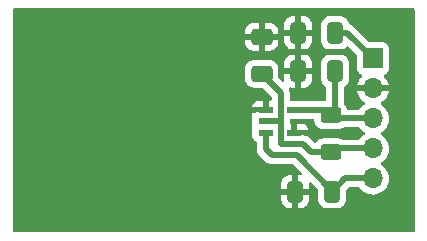
<source format=gbl>
G04 #@! TF.GenerationSoftware,KiCad,Pcbnew,6.0.7*
G04 #@! TF.CreationDate,2022-09-09T10:48:33-06:00*
G04 #@! TF.ProjectId,sdt_pa_diode,7364745f-7061-45f6-9469-6f64652e6b69,rev?*
G04 #@! TF.SameCoordinates,Original*
G04 #@! TF.FileFunction,Copper,L2,Bot*
G04 #@! TF.FilePolarity,Positive*
%FSLAX46Y46*%
G04 Gerber Fmt 4.6, Leading zero omitted, Abs format (unit mm)*
G04 Created by KiCad (PCBNEW 6.0.7) date 2022-09-09 10:48:33*
%MOMM*%
%LPD*%
G01*
G04 APERTURE LIST*
G04 Aperture macros list*
%AMRoundRect*
0 Rectangle with rounded corners*
0 $1 Rounding radius*
0 $2 $3 $4 $5 $6 $7 $8 $9 X,Y pos of 4 corners*
0 Add a 4 corners polygon primitive as box body*
4,1,4,$2,$3,$4,$5,$6,$7,$8,$9,$2,$3,0*
0 Add four circle primitives for the rounded corners*
1,1,$1+$1,$2,$3*
1,1,$1+$1,$4,$5*
1,1,$1+$1,$6,$7*
1,1,$1+$1,$8,$9*
0 Add four rect primitives between the rounded corners*
20,1,$1+$1,$2,$3,$4,$5,0*
20,1,$1+$1,$4,$5,$6,$7,0*
20,1,$1+$1,$6,$7,$8,$9,0*
20,1,$1+$1,$8,$9,$2,$3,0*%
G04 Aperture macros list end*
G04 #@! TA.AperFunction,SMDPad,CuDef*
%ADD10R,1.270000X0.508000*%
G04 #@! TD*
G04 #@! TA.AperFunction,ComponentPad*
%ADD11R,1.700000X1.700000*%
G04 #@! TD*
G04 #@! TA.AperFunction,ComponentPad*
%ADD12O,1.700000X1.700000*%
G04 #@! TD*
G04 #@! TA.AperFunction,SMDPad,CuDef*
%ADD13RoundRect,0.250000X0.412500X0.650000X-0.412500X0.650000X-0.412500X-0.650000X0.412500X-0.650000X0*%
G04 #@! TD*
G04 #@! TA.AperFunction,SMDPad,CuDef*
%ADD14RoundRect,0.250000X-0.412500X-0.650000X0.412500X-0.650000X0.412500X0.650000X-0.412500X0.650000X0*%
G04 #@! TD*
G04 #@! TA.AperFunction,SMDPad,CuDef*
%ADD15RoundRect,0.250000X-0.625000X0.400000X-0.625000X-0.400000X0.625000X-0.400000X0.625000X0.400000X0*%
G04 #@! TD*
G04 #@! TA.AperFunction,SMDPad,CuDef*
%ADD16RoundRect,0.250000X0.650000X-0.412500X0.650000X0.412500X-0.650000X0.412500X-0.650000X-0.412500X0*%
G04 #@! TD*
G04 #@! TA.AperFunction,ViaPad*
%ADD17C,1.000000*%
G04 #@! TD*
G04 #@! TA.AperFunction,ViaPad*
%ADD18C,6.000000*%
G04 #@! TD*
G04 #@! TA.AperFunction,Conductor*
%ADD19C,0.500000*%
G04 #@! TD*
G04 APERTURE END LIST*
D10*
X144380800Y-96050001D03*
X144380800Y-95100000D03*
X144380800Y-94149999D03*
X146819200Y-94149999D03*
X146819200Y-96050001D03*
D11*
X153475000Y-89775000D03*
D12*
X153475000Y-92315000D03*
X153475000Y-94855000D03*
X153475000Y-97395000D03*
X153475000Y-99935000D03*
D13*
X150012500Y-101050000D03*
X146887500Y-101050000D03*
D14*
X147137500Y-87600000D03*
X150262500Y-87600000D03*
D13*
X150262500Y-90850000D03*
X147137500Y-90850000D03*
D15*
X149900000Y-94600000D03*
X149900000Y-97700000D03*
D16*
X144050000Y-91062500D03*
X144050000Y-87937500D03*
D17*
X155900000Y-90650000D03*
X151700000Y-93350000D03*
X143300000Y-92850000D03*
X139100000Y-89300000D03*
X151600000Y-96150000D03*
X132900000Y-89300000D03*
X142150000Y-89500000D03*
X132900000Y-100650000D03*
X149500000Y-103600000D03*
X156000000Y-86500000D03*
X155850000Y-94850000D03*
X139100000Y-100700000D03*
X156050000Y-103550000D03*
X126850000Y-94950000D03*
X126500000Y-100550000D03*
X145050000Y-99500000D03*
X126550000Y-89300000D03*
D18*
X137550000Y-94950000D03*
D19*
X150012500Y-101050000D02*
X150012500Y-100962500D01*
X151127500Y-99935000D02*
X150012500Y-101050000D01*
X150012500Y-100962500D02*
X147000000Y-97950000D01*
X153475000Y-99935000D02*
X151127500Y-99935000D01*
X144380800Y-97430800D02*
X144380800Y-96050001D01*
X147000000Y-97950000D02*
X144900000Y-97950000D01*
X144900000Y-97950000D02*
X144380800Y-97430800D01*
X150262500Y-87600000D02*
X151300000Y-87600000D01*
X151300000Y-87600000D02*
X153475000Y-89775000D01*
X148200000Y-97700000D02*
X147550000Y-97050000D01*
X145650000Y-92662500D02*
X145650000Y-95050000D01*
X149900000Y-97700000D02*
X148200000Y-97700000D01*
X147550000Y-97050000D02*
X145650000Y-97050000D01*
X145650000Y-97050000D02*
X145650000Y-95530201D01*
X153475000Y-97395000D02*
X150205000Y-97395000D01*
X144050000Y-91062500D02*
X145650000Y-92662500D01*
X145600000Y-95100000D02*
X145650000Y-95050000D01*
X144380800Y-95100000D02*
X145600000Y-95100000D01*
X145650000Y-95050000D02*
X145650000Y-95530201D01*
X150205000Y-97395000D02*
X149900000Y-97700000D01*
X150155000Y-94855000D02*
X149900000Y-94600000D01*
X146819200Y-94149999D02*
X149449999Y-94149999D01*
X153475000Y-94855000D02*
X150155000Y-94855000D01*
X149449999Y-94149999D02*
X149900000Y-94600000D01*
X150262500Y-94237500D02*
X149900000Y-94600000D01*
X150262500Y-90850000D02*
X150262500Y-94237500D01*
G04 #@! TA.AperFunction,Conductor*
G36*
X156933621Y-85528502D02*
G01*
X156980114Y-85582158D01*
X156991500Y-85634500D01*
X156991500Y-104365500D01*
X156971498Y-104433621D01*
X156917842Y-104480114D01*
X156865500Y-104491500D01*
X123134500Y-104491500D01*
X123066379Y-104471498D01*
X123019886Y-104417842D01*
X123008500Y-104365500D01*
X123008500Y-101747095D01*
X145717001Y-101747095D01*
X145717338Y-101753614D01*
X145727257Y-101849206D01*
X145730149Y-101862600D01*
X145781588Y-102016784D01*
X145787761Y-102029962D01*
X145873063Y-102167807D01*
X145882099Y-102179208D01*
X145996829Y-102293739D01*
X146008240Y-102302751D01*
X146146243Y-102387816D01*
X146159424Y-102393963D01*
X146313710Y-102445138D01*
X146327086Y-102448005D01*
X146421438Y-102457672D01*
X146427854Y-102458000D01*
X146615385Y-102458000D01*
X146630624Y-102453525D01*
X146631829Y-102452135D01*
X146633500Y-102444452D01*
X146633500Y-102439884D01*
X147141500Y-102439884D01*
X147145975Y-102455123D01*
X147147365Y-102456328D01*
X147155048Y-102457999D01*
X147347095Y-102457999D01*
X147353614Y-102457662D01*
X147449206Y-102447743D01*
X147462600Y-102444851D01*
X147616784Y-102393412D01*
X147629962Y-102387239D01*
X147767807Y-102301937D01*
X147779208Y-102292901D01*
X147893739Y-102178171D01*
X147902751Y-102166760D01*
X147987816Y-102028757D01*
X147993963Y-102015576D01*
X148045138Y-101861290D01*
X148048005Y-101847914D01*
X148057672Y-101753562D01*
X148058000Y-101747146D01*
X148058000Y-101322115D01*
X148053525Y-101306876D01*
X148052135Y-101305671D01*
X148044452Y-101304000D01*
X147159615Y-101304000D01*
X147144376Y-101308475D01*
X147143171Y-101309865D01*
X147141500Y-101317548D01*
X147141500Y-102439884D01*
X146633500Y-102439884D01*
X146633500Y-101322115D01*
X146629025Y-101306876D01*
X146627635Y-101305671D01*
X146619952Y-101304000D01*
X145735116Y-101304000D01*
X145719877Y-101308475D01*
X145718672Y-101309865D01*
X145717001Y-101317548D01*
X145717001Y-101747095D01*
X123008500Y-101747095D01*
X123008500Y-100777885D01*
X145717000Y-100777885D01*
X145721475Y-100793124D01*
X145722865Y-100794329D01*
X145730548Y-100796000D01*
X146615385Y-100796000D01*
X146630624Y-100791525D01*
X146631829Y-100790135D01*
X146633500Y-100782452D01*
X146633500Y-99660116D01*
X146629025Y-99644877D01*
X146627635Y-99643672D01*
X146619952Y-99642001D01*
X146427905Y-99642001D01*
X146421386Y-99642338D01*
X146325794Y-99652257D01*
X146312400Y-99655149D01*
X146158216Y-99706588D01*
X146145038Y-99712761D01*
X146007193Y-99798063D01*
X145995792Y-99807099D01*
X145881261Y-99921829D01*
X145872249Y-99933240D01*
X145787184Y-100071243D01*
X145781037Y-100084424D01*
X145729862Y-100238710D01*
X145726995Y-100252086D01*
X145717328Y-100346438D01*
X145717000Y-100352855D01*
X145717000Y-100777885D01*
X123008500Y-100777885D01*
X123008500Y-93877884D01*
X143237800Y-93877884D01*
X143242275Y-93893123D01*
X143243665Y-93894328D01*
X143251348Y-93895999D01*
X144108685Y-93895999D01*
X144123924Y-93891524D01*
X144125129Y-93890134D01*
X144126800Y-93882451D01*
X144126800Y-93406115D01*
X144122325Y-93390876D01*
X144120935Y-93389671D01*
X144113252Y-93388000D01*
X143701131Y-93388000D01*
X143694310Y-93388370D01*
X143643448Y-93393894D01*
X143628196Y-93397520D01*
X143507746Y-93442675D01*
X143492151Y-93451213D01*
X143390076Y-93527714D01*
X143377515Y-93540275D01*
X143301014Y-93642350D01*
X143292476Y-93657945D01*
X143247322Y-93778393D01*
X143243695Y-93793648D01*
X143238169Y-93844513D01*
X143237800Y-93851322D01*
X143237800Y-93877884D01*
X123008500Y-93877884D01*
X123008500Y-91525400D01*
X142641500Y-91525400D01*
X142641837Y-91528646D01*
X142641837Y-91528650D01*
X142648714Y-91594924D01*
X142652474Y-91631166D01*
X142654655Y-91637702D01*
X142654655Y-91637704D01*
X142662524Y-91661290D01*
X142708450Y-91798946D01*
X142801522Y-91949348D01*
X142926697Y-92074305D01*
X142932927Y-92078145D01*
X142932928Y-92078146D01*
X143034833Y-92140961D01*
X143077262Y-92167115D01*
X143109787Y-92177903D01*
X143238611Y-92220632D01*
X143238613Y-92220632D01*
X143245139Y-92222797D01*
X143251975Y-92223497D01*
X143251978Y-92223498D01*
X143295031Y-92227909D01*
X143349600Y-92233500D01*
X144096129Y-92233500D01*
X144164250Y-92253502D01*
X144185224Y-92270405D01*
X144854595Y-92939776D01*
X144888621Y-93002088D01*
X144891500Y-93028871D01*
X144891500Y-93261999D01*
X144871498Y-93330120D01*
X144817842Y-93376613D01*
X144765500Y-93387999D01*
X144652915Y-93387999D01*
X144637676Y-93392474D01*
X144636471Y-93393864D01*
X144634800Y-93401547D01*
X144634800Y-94211500D01*
X144614798Y-94279621D01*
X144561142Y-94326114D01*
X144508800Y-94337500D01*
X143697666Y-94337500D01*
X143635484Y-94344255D01*
X143499095Y-94395385D01*
X143498077Y-94392669D01*
X143453776Y-94403999D01*
X143255916Y-94403999D01*
X143240677Y-94408474D01*
X143239472Y-94409864D01*
X143237801Y-94417547D01*
X143237801Y-94448668D01*
X143238171Y-94455489D01*
X143243695Y-94506351D01*
X143247321Y-94521602D01*
X143269235Y-94580057D01*
X143274418Y-94650864D01*
X143269236Y-94668515D01*
X143244055Y-94735684D01*
X143237300Y-94797866D01*
X143237300Y-95402134D01*
X143244055Y-95464316D01*
X143246829Y-95471715D01*
X143268968Y-95530771D01*
X143274151Y-95601578D01*
X143268969Y-95619228D01*
X143244055Y-95685685D01*
X143237300Y-95747867D01*
X143237300Y-96352135D01*
X143244055Y-96414317D01*
X143295185Y-96550706D01*
X143382539Y-96667262D01*
X143499095Y-96754616D01*
X143507504Y-96757768D01*
X143507505Y-96757769D01*
X143540529Y-96770149D01*
X143597294Y-96812790D01*
X143621994Y-96879351D01*
X143622300Y-96888131D01*
X143622300Y-97363730D01*
X143620867Y-97382680D01*
X143618993Y-97395000D01*
X143617601Y-97404149D01*
X143618194Y-97411441D01*
X143618194Y-97411444D01*
X143621885Y-97456818D01*
X143622300Y-97467033D01*
X143622300Y-97475093D01*
X143622725Y-97478737D01*
X143625589Y-97503307D01*
X143626022Y-97507682D01*
X143631940Y-97580437D01*
X143634196Y-97587401D01*
X143635387Y-97593360D01*
X143636771Y-97599215D01*
X143637618Y-97606481D01*
X143662535Y-97675127D01*
X143663952Y-97679255D01*
X143666793Y-97688023D01*
X143686449Y-97748699D01*
X143690245Y-97754954D01*
X143692751Y-97760428D01*
X143695470Y-97765858D01*
X143697967Y-97772737D01*
X143701980Y-97778857D01*
X143701980Y-97778858D01*
X143737986Y-97833776D01*
X143740323Y-97837480D01*
X143778205Y-97899907D01*
X143781921Y-97904115D01*
X143781922Y-97904116D01*
X143785603Y-97908284D01*
X143785576Y-97908308D01*
X143788229Y-97911300D01*
X143790932Y-97914533D01*
X143794944Y-97920652D01*
X143800256Y-97925684D01*
X143851183Y-97973928D01*
X143853625Y-97976306D01*
X144316230Y-98438911D01*
X144328616Y-98453323D01*
X144337149Y-98464918D01*
X144337154Y-98464923D01*
X144341492Y-98470818D01*
X144347070Y-98475557D01*
X144347073Y-98475560D01*
X144381768Y-98505035D01*
X144389284Y-98511965D01*
X144394980Y-98517661D01*
X144397841Y-98519924D01*
X144397846Y-98519929D01*
X144417266Y-98535293D01*
X144420667Y-98538082D01*
X144476285Y-98585333D01*
X144482798Y-98588659D01*
X144487837Y-98592020D01*
X144492979Y-98595196D01*
X144498716Y-98599734D01*
X144564875Y-98630655D01*
X144568769Y-98632558D01*
X144633808Y-98665769D01*
X144640917Y-98667508D01*
X144646551Y-98669604D01*
X144652321Y-98671523D01*
X144658950Y-98674622D01*
X144666113Y-98676112D01*
X144666116Y-98676113D01*
X144716830Y-98686661D01*
X144730435Y-98689491D01*
X144734701Y-98690457D01*
X144805610Y-98707808D01*
X144811212Y-98708156D01*
X144811215Y-98708156D01*
X144816764Y-98708500D01*
X144816762Y-98708535D01*
X144820734Y-98708775D01*
X144824955Y-98709152D01*
X144832115Y-98710641D01*
X144909542Y-98708546D01*
X144912950Y-98708500D01*
X146633629Y-98708500D01*
X146701750Y-98728502D01*
X146722724Y-98745405D01*
X147404224Y-99426905D01*
X147438250Y-99489217D01*
X147433185Y-99560032D01*
X147390638Y-99616868D01*
X147324118Y-99641679D01*
X147315129Y-99642000D01*
X147159615Y-99642000D01*
X147144376Y-99646475D01*
X147143171Y-99647865D01*
X147141500Y-99655548D01*
X147141500Y-100777885D01*
X147145975Y-100793124D01*
X147147365Y-100794329D01*
X147155048Y-100796000D01*
X148039884Y-100796000D01*
X148055123Y-100791525D01*
X148056328Y-100790135D01*
X148057999Y-100782452D01*
X148057999Y-100384870D01*
X148078001Y-100316749D01*
X148131657Y-100270256D01*
X148201931Y-100260152D01*
X148266511Y-100289646D01*
X148273094Y-100295775D01*
X148804595Y-100827276D01*
X148838621Y-100889588D01*
X148841500Y-100916371D01*
X148841500Y-101750400D01*
X148841837Y-101753646D01*
X148841837Y-101753650D01*
X148851752Y-101849206D01*
X148852474Y-101856166D01*
X148908450Y-102023946D01*
X149001522Y-102174348D01*
X149126697Y-102299305D01*
X149132927Y-102303145D01*
X149132928Y-102303146D01*
X149270288Y-102387816D01*
X149277262Y-102392115D01*
X149357005Y-102418564D01*
X149438611Y-102445632D01*
X149438613Y-102445632D01*
X149445139Y-102447797D01*
X149451975Y-102448497D01*
X149451978Y-102448498D01*
X149495031Y-102452909D01*
X149549600Y-102458500D01*
X150475400Y-102458500D01*
X150478646Y-102458163D01*
X150478650Y-102458163D01*
X150574308Y-102448238D01*
X150574312Y-102448237D01*
X150581166Y-102447526D01*
X150587702Y-102445345D01*
X150587704Y-102445345D01*
X150719806Y-102401272D01*
X150748946Y-102391550D01*
X150899348Y-102298478D01*
X151024305Y-102173303D01*
X151117115Y-102022738D01*
X151172797Y-101854861D01*
X151183500Y-101750400D01*
X151183500Y-101003871D01*
X151203502Y-100935750D01*
X151220405Y-100914776D01*
X151404776Y-100730405D01*
X151467088Y-100696379D01*
X151493871Y-100693500D01*
X152277491Y-100693500D01*
X152345612Y-100713502D01*
X152374402Y-100740595D01*
X152374987Y-100740088D01*
X152521250Y-100908938D01*
X152693126Y-101051632D01*
X152886000Y-101164338D01*
X153094692Y-101244030D01*
X153099760Y-101245061D01*
X153099763Y-101245062D01*
X153207017Y-101266883D01*
X153313597Y-101288567D01*
X153318772Y-101288757D01*
X153318774Y-101288757D01*
X153531673Y-101296564D01*
X153531677Y-101296564D01*
X153536837Y-101296753D01*
X153541957Y-101296097D01*
X153541959Y-101296097D01*
X153753288Y-101269025D01*
X153753289Y-101269025D01*
X153758416Y-101268368D01*
X153763366Y-101266883D01*
X153967429Y-101205661D01*
X153967434Y-101205659D01*
X153972384Y-101204174D01*
X154172994Y-101105896D01*
X154354860Y-100976173D01*
X154513096Y-100818489D01*
X154531323Y-100793124D01*
X154640435Y-100641277D01*
X154643453Y-100637077D01*
X154742430Y-100436811D01*
X154787142Y-100289646D01*
X154805865Y-100228023D01*
X154805865Y-100228021D01*
X154807370Y-100223069D01*
X154836529Y-100001590D01*
X154838156Y-99935000D01*
X154819852Y-99712361D01*
X154765431Y-99495702D01*
X154676354Y-99290840D01*
X154611290Y-99190267D01*
X154557822Y-99107617D01*
X154557820Y-99107614D01*
X154555014Y-99103277D01*
X154404670Y-98938051D01*
X154400619Y-98934852D01*
X154400615Y-98934848D01*
X154233414Y-98802800D01*
X154233410Y-98802798D01*
X154229359Y-98799598D01*
X154188053Y-98776796D01*
X154138084Y-98726364D01*
X154123312Y-98656921D01*
X154148428Y-98590516D01*
X154175780Y-98563909D01*
X154219603Y-98532650D01*
X154354860Y-98436173D01*
X154375314Y-98415791D01*
X154509435Y-98282137D01*
X154513096Y-98278489D01*
X154643453Y-98097077D01*
X154703142Y-97976306D01*
X154740136Y-97901453D01*
X154740137Y-97901451D01*
X154742430Y-97896811D01*
X154780127Y-97772737D01*
X154805865Y-97688023D01*
X154805865Y-97688021D01*
X154807370Y-97683069D01*
X154836529Y-97461590D01*
X154837754Y-97411444D01*
X154838074Y-97398365D01*
X154838074Y-97398361D01*
X154838156Y-97395000D01*
X154819852Y-97172361D01*
X154765431Y-96955702D01*
X154676354Y-96750840D01*
X154602384Y-96636500D01*
X154557822Y-96567617D01*
X154557820Y-96567614D01*
X154555014Y-96563277D01*
X154404670Y-96398051D01*
X154400619Y-96394852D01*
X154400615Y-96394848D01*
X154233414Y-96262800D01*
X154233410Y-96262798D01*
X154229359Y-96259598D01*
X154188053Y-96236796D01*
X154138084Y-96186364D01*
X154123312Y-96116921D01*
X154148428Y-96050516D01*
X154175780Y-96023909D01*
X154219603Y-95992650D01*
X154354860Y-95896173D01*
X154513096Y-95738489D01*
X154643453Y-95557077D01*
X154681784Y-95479521D01*
X154740136Y-95361453D01*
X154740137Y-95361451D01*
X154742430Y-95356811D01*
X154785715Y-95214344D01*
X154805865Y-95148023D01*
X154805865Y-95148021D01*
X154807370Y-95143069D01*
X154836529Y-94921590D01*
X154838156Y-94855000D01*
X154819852Y-94632361D01*
X154765431Y-94415702D01*
X154676354Y-94210840D01*
X154602384Y-94096500D01*
X154557822Y-94027617D01*
X154557820Y-94027614D01*
X154555014Y-94023277D01*
X154404670Y-93858051D01*
X154400619Y-93854852D01*
X154400615Y-93854848D01*
X154233414Y-93722800D01*
X154233410Y-93722798D01*
X154229359Y-93719598D01*
X154187569Y-93696529D01*
X154137598Y-93646097D01*
X154122826Y-93576654D01*
X154147942Y-93510248D01*
X154175294Y-93483641D01*
X154350328Y-93358792D01*
X154358200Y-93352139D01*
X154509052Y-93201812D01*
X154515730Y-93193965D01*
X154640003Y-93021020D01*
X154645313Y-93012183D01*
X154739670Y-92821267D01*
X154743469Y-92811672D01*
X154805377Y-92607910D01*
X154807555Y-92597837D01*
X154808986Y-92586962D01*
X154806775Y-92572778D01*
X154793617Y-92569000D01*
X152158225Y-92569000D01*
X152144694Y-92572973D01*
X152143257Y-92582966D01*
X152173565Y-92717446D01*
X152176645Y-92727275D01*
X152256770Y-92924603D01*
X152261413Y-92933794D01*
X152372694Y-93115388D01*
X152378777Y-93123699D01*
X152518213Y-93284667D01*
X152525580Y-93291883D01*
X152689434Y-93427916D01*
X152697881Y-93433831D01*
X152766969Y-93474203D01*
X152815693Y-93525842D01*
X152828764Y-93595625D01*
X152802033Y-93661396D01*
X152761584Y-93694752D01*
X152748607Y-93701507D01*
X152744474Y-93704610D01*
X152744471Y-93704612D01*
X152574100Y-93832530D01*
X152569965Y-93835635D01*
X152415629Y-93997138D01*
X152385363Y-94041507D01*
X152330455Y-94086507D01*
X152281277Y-94096500D01*
X151380887Y-94096500D01*
X151312766Y-94076498D01*
X151266273Y-94022842D01*
X151261363Y-94010376D01*
X151258370Y-94001403D01*
X151216550Y-93876054D01*
X151123478Y-93725652D01*
X151057982Y-93660269D01*
X151023903Y-93597987D01*
X151021000Y-93571097D01*
X151021000Y-92248105D01*
X151041002Y-92179984D01*
X151080697Y-92140961D01*
X151143120Y-92102332D01*
X151149348Y-92098478D01*
X151274305Y-91973303D01*
X151278338Y-91966760D01*
X151363275Y-91828968D01*
X151363276Y-91828966D01*
X151367115Y-91822738D01*
X151422797Y-91654861D01*
X151425928Y-91624308D01*
X151433172Y-91553598D01*
X151433500Y-91550400D01*
X151433500Y-90149600D01*
X151433163Y-90146350D01*
X151423238Y-90050692D01*
X151423237Y-90050688D01*
X151422526Y-90043834D01*
X151366550Y-89876054D01*
X151273478Y-89725652D01*
X151148303Y-89600695D01*
X151052062Y-89541371D01*
X151003968Y-89511725D01*
X151003966Y-89511724D01*
X150997738Y-89507885D01*
X150917995Y-89481436D01*
X150836389Y-89454368D01*
X150836387Y-89454368D01*
X150829861Y-89452203D01*
X150823025Y-89451503D01*
X150823022Y-89451502D01*
X150779969Y-89447091D01*
X150725400Y-89441500D01*
X149799600Y-89441500D01*
X149796354Y-89441837D01*
X149796350Y-89441837D01*
X149700692Y-89451762D01*
X149700688Y-89451763D01*
X149693834Y-89452474D01*
X149687298Y-89454655D01*
X149687296Y-89454655D01*
X149670928Y-89460116D01*
X149526054Y-89508450D01*
X149375652Y-89601522D01*
X149250695Y-89726697D01*
X149157885Y-89877262D01*
X149102203Y-90045139D01*
X149091500Y-90149600D01*
X149091500Y-91550400D01*
X149091837Y-91553646D01*
X149091837Y-91553650D01*
X149101618Y-91647914D01*
X149102474Y-91656166D01*
X149104655Y-91662702D01*
X149104655Y-91662704D01*
X149122612Y-91716526D01*
X149158450Y-91823946D01*
X149251522Y-91974348D01*
X149376697Y-92099305D01*
X149382927Y-92103145D01*
X149382928Y-92103146D01*
X149444116Y-92140863D01*
X149491610Y-92193636D01*
X149504000Y-92248123D01*
X149504000Y-93265499D01*
X149483998Y-93333620D01*
X149430342Y-93380113D01*
X149378000Y-93391499D01*
X147545979Y-93391499D01*
X147532371Y-93390762D01*
X147505731Y-93387868D01*
X147505730Y-93387868D01*
X147502334Y-93387499D01*
X146534500Y-93387499D01*
X146466379Y-93367497D01*
X146419886Y-93313841D01*
X146408500Y-93261499D01*
X146408500Y-92729570D01*
X146409933Y-92710620D01*
X146412099Y-92696385D01*
X146412099Y-92696381D01*
X146413199Y-92689151D01*
X146408915Y-92636482D01*
X146408500Y-92626267D01*
X146408500Y-92618207D01*
X146405209Y-92589980D01*
X146404778Y-92585621D01*
X146403749Y-92572973D01*
X146398860Y-92512864D01*
X146396605Y-92505903D01*
X146395418Y-92499963D01*
X146394029Y-92494088D01*
X146393182Y-92486819D01*
X146368264Y-92418170D01*
X146366846Y-92414039D01*
X146358549Y-92388425D01*
X146356585Y-92317456D01*
X146393303Y-92256691D01*
X146457043Y-92225423D01*
X146518086Y-92230004D01*
X146563713Y-92245138D01*
X146577086Y-92248005D01*
X146671438Y-92257672D01*
X146677854Y-92258000D01*
X146865385Y-92258000D01*
X146880624Y-92253525D01*
X146881829Y-92252135D01*
X146883500Y-92244452D01*
X146883500Y-92239884D01*
X147391500Y-92239884D01*
X147395975Y-92255123D01*
X147397365Y-92256328D01*
X147405048Y-92257999D01*
X147597095Y-92257999D01*
X147603614Y-92257662D01*
X147699206Y-92247743D01*
X147712600Y-92244851D01*
X147866784Y-92193412D01*
X147879962Y-92187239D01*
X148017807Y-92101937D01*
X148029208Y-92092901D01*
X148143739Y-91978171D01*
X148152751Y-91966760D01*
X148237816Y-91828757D01*
X148243963Y-91815576D01*
X148295138Y-91661290D01*
X148298005Y-91647914D01*
X148307672Y-91553562D01*
X148308000Y-91547146D01*
X148308000Y-91122115D01*
X148303525Y-91106876D01*
X148302135Y-91105671D01*
X148294452Y-91104000D01*
X147409615Y-91104000D01*
X147394376Y-91108475D01*
X147393171Y-91109865D01*
X147391500Y-91117548D01*
X147391500Y-92239884D01*
X146883500Y-92239884D01*
X146883500Y-91122115D01*
X146879025Y-91106876D01*
X146877635Y-91105671D01*
X146869952Y-91104000D01*
X145985116Y-91104000D01*
X145969877Y-91108475D01*
X145968672Y-91109865D01*
X145967001Y-91117548D01*
X145967001Y-91547095D01*
X145967339Y-91553617D01*
X145971624Y-91594924D01*
X145958759Y-91664745D01*
X145910187Y-91716526D01*
X145841331Y-91733828D01*
X145774051Y-91711157D01*
X145757202Y-91697021D01*
X145495405Y-91435224D01*
X145461379Y-91372912D01*
X145458500Y-91346129D01*
X145458500Y-90599600D01*
X145458163Y-90596350D01*
X145456247Y-90577885D01*
X145967000Y-90577885D01*
X145971475Y-90593124D01*
X145972865Y-90594329D01*
X145980548Y-90596000D01*
X146865385Y-90596000D01*
X146880624Y-90591525D01*
X146881829Y-90590135D01*
X146883500Y-90582452D01*
X146883500Y-90577885D01*
X147391500Y-90577885D01*
X147395975Y-90593124D01*
X147397365Y-90594329D01*
X147405048Y-90596000D01*
X148289884Y-90596000D01*
X148305123Y-90591525D01*
X148306328Y-90590135D01*
X148307999Y-90582452D01*
X148307999Y-90152905D01*
X148307662Y-90146386D01*
X148297743Y-90050794D01*
X148294851Y-90037400D01*
X148243412Y-89883216D01*
X148237239Y-89870038D01*
X148151937Y-89732193D01*
X148142901Y-89720792D01*
X148028171Y-89606261D01*
X148016760Y-89597249D01*
X147878757Y-89512184D01*
X147865576Y-89506037D01*
X147711290Y-89454862D01*
X147697914Y-89451995D01*
X147603562Y-89442328D01*
X147597145Y-89442000D01*
X147409615Y-89442000D01*
X147394376Y-89446475D01*
X147393171Y-89447865D01*
X147391500Y-89455548D01*
X147391500Y-90577885D01*
X146883500Y-90577885D01*
X146883500Y-89460116D01*
X146879025Y-89444877D01*
X146877635Y-89443672D01*
X146869952Y-89442001D01*
X146677905Y-89442001D01*
X146671386Y-89442338D01*
X146575794Y-89452257D01*
X146562400Y-89455149D01*
X146408216Y-89506588D01*
X146395038Y-89512761D01*
X146257193Y-89598063D01*
X146245792Y-89607099D01*
X146131261Y-89721829D01*
X146122249Y-89733240D01*
X146037184Y-89871243D01*
X146031037Y-89884424D01*
X145979862Y-90038710D01*
X145976995Y-90052086D01*
X145967328Y-90146438D01*
X145967000Y-90152855D01*
X145967000Y-90577885D01*
X145456247Y-90577885D01*
X145448238Y-90500692D01*
X145448237Y-90500688D01*
X145447526Y-90493834D01*
X145391550Y-90326054D01*
X145298478Y-90175652D01*
X145173303Y-90050695D01*
X145164290Y-90045139D01*
X145028968Y-89961725D01*
X145028966Y-89961724D01*
X145022738Y-89957885D01*
X144862254Y-89904655D01*
X144861389Y-89904368D01*
X144861387Y-89904368D01*
X144854861Y-89902203D01*
X144848025Y-89901503D01*
X144848022Y-89901502D01*
X144804969Y-89897091D01*
X144750400Y-89891500D01*
X143349600Y-89891500D01*
X143346354Y-89891837D01*
X143346350Y-89891837D01*
X143250692Y-89901762D01*
X143250688Y-89901763D01*
X143243834Y-89902474D01*
X143237298Y-89904655D01*
X143237296Y-89904655D01*
X143105194Y-89948728D01*
X143076054Y-89958450D01*
X142925652Y-90051522D01*
X142800695Y-90176697D01*
X142707885Y-90327262D01*
X142652203Y-90495139D01*
X142641500Y-90599600D01*
X142641500Y-91525400D01*
X123008500Y-91525400D01*
X123008500Y-88397095D01*
X142642001Y-88397095D01*
X142642338Y-88403614D01*
X142652257Y-88499206D01*
X142655149Y-88512600D01*
X142706588Y-88666784D01*
X142712761Y-88679962D01*
X142798063Y-88817807D01*
X142807099Y-88829208D01*
X142921829Y-88943739D01*
X142933240Y-88952751D01*
X143071243Y-89037816D01*
X143084424Y-89043963D01*
X143238710Y-89095138D01*
X143252086Y-89098005D01*
X143346438Y-89107672D01*
X143352854Y-89108000D01*
X143777885Y-89108000D01*
X143793124Y-89103525D01*
X143794329Y-89102135D01*
X143796000Y-89094452D01*
X143796000Y-89089884D01*
X144304000Y-89089884D01*
X144308475Y-89105123D01*
X144309865Y-89106328D01*
X144317548Y-89107999D01*
X144747095Y-89107999D01*
X144753614Y-89107662D01*
X144849206Y-89097743D01*
X144862600Y-89094851D01*
X145016784Y-89043412D01*
X145029962Y-89037239D01*
X145167807Y-88951937D01*
X145179208Y-88942901D01*
X145293739Y-88828171D01*
X145302751Y-88816760D01*
X145387816Y-88678757D01*
X145393963Y-88665576D01*
X145445138Y-88511290D01*
X145448005Y-88497914D01*
X145457672Y-88403562D01*
X145458000Y-88397146D01*
X145458000Y-88297095D01*
X145967001Y-88297095D01*
X145967338Y-88303614D01*
X145977257Y-88399206D01*
X145980149Y-88412600D01*
X146031588Y-88566784D01*
X146037761Y-88579962D01*
X146123063Y-88717807D01*
X146132099Y-88729208D01*
X146246829Y-88843739D01*
X146258240Y-88852751D01*
X146396243Y-88937816D01*
X146409424Y-88943963D01*
X146563710Y-88995138D01*
X146577086Y-88998005D01*
X146671438Y-89007672D01*
X146677854Y-89008000D01*
X146865385Y-89008000D01*
X146880624Y-89003525D01*
X146881829Y-89002135D01*
X146883500Y-88994452D01*
X146883500Y-88989884D01*
X147391500Y-88989884D01*
X147395975Y-89005123D01*
X147397365Y-89006328D01*
X147405048Y-89007999D01*
X147597095Y-89007999D01*
X147603614Y-89007662D01*
X147699206Y-88997743D01*
X147712600Y-88994851D01*
X147866784Y-88943412D01*
X147879962Y-88937239D01*
X148017807Y-88851937D01*
X148029208Y-88842901D01*
X148143739Y-88728171D01*
X148152751Y-88716760D01*
X148237816Y-88578757D01*
X148243963Y-88565576D01*
X148295138Y-88411290D01*
X148298005Y-88397914D01*
X148307672Y-88303562D01*
X148307834Y-88300400D01*
X149091500Y-88300400D01*
X149091837Y-88303646D01*
X149091837Y-88303650D01*
X149101752Y-88399206D01*
X149102474Y-88406166D01*
X149104655Y-88412702D01*
X149104655Y-88412704D01*
X149106045Y-88416869D01*
X149158450Y-88573946D01*
X149251522Y-88724348D01*
X149376697Y-88849305D01*
X149382927Y-88853145D01*
X149382928Y-88853146D01*
X149520288Y-88937816D01*
X149527262Y-88942115D01*
X149556875Y-88951937D01*
X149688611Y-88995632D01*
X149688613Y-88995632D01*
X149695139Y-88997797D01*
X149701975Y-88998497D01*
X149701978Y-88998498D01*
X149745031Y-89002909D01*
X149799600Y-89008500D01*
X150725400Y-89008500D01*
X150728646Y-89008163D01*
X150728650Y-89008163D01*
X150824308Y-88998238D01*
X150824312Y-88998237D01*
X150831166Y-88997526D01*
X150837702Y-88995345D01*
X150837704Y-88995345D01*
X150969806Y-88951272D01*
X150998946Y-88941550D01*
X151149348Y-88848478D01*
X151223336Y-88774361D01*
X151285617Y-88740282D01*
X151356437Y-88745285D01*
X151401603Y-88774284D01*
X152079595Y-89452276D01*
X152113621Y-89514588D01*
X152116500Y-89541371D01*
X152116500Y-90673134D01*
X152123255Y-90735316D01*
X152174385Y-90871705D01*
X152261739Y-90988261D01*
X152378295Y-91075615D01*
X152386704Y-91078767D01*
X152386705Y-91078768D01*
X152495960Y-91119726D01*
X152552725Y-91162367D01*
X152577425Y-91228929D01*
X152562218Y-91298278D01*
X152542825Y-91324759D01*
X152419590Y-91453717D01*
X152413104Y-91461727D01*
X152293098Y-91637649D01*
X152288000Y-91646623D01*
X152198338Y-91839783D01*
X152194775Y-91849470D01*
X152139389Y-92049183D01*
X152140912Y-92057607D01*
X152153292Y-92061000D01*
X154793344Y-92061000D01*
X154806875Y-92057027D01*
X154808180Y-92047947D01*
X154766214Y-91880875D01*
X154762894Y-91871124D01*
X154677972Y-91675814D01*
X154673105Y-91666739D01*
X154557426Y-91487926D01*
X154551136Y-91479757D01*
X154407293Y-91321677D01*
X154376241Y-91257831D01*
X154384635Y-91187333D01*
X154429812Y-91132564D01*
X154456256Y-91118895D01*
X154563297Y-91078767D01*
X154571705Y-91075615D01*
X154688261Y-90988261D01*
X154775615Y-90871705D01*
X154826745Y-90735316D01*
X154833500Y-90673134D01*
X154833500Y-88876866D01*
X154826745Y-88814684D01*
X154775615Y-88678295D01*
X154688261Y-88561739D01*
X154571705Y-88474385D01*
X154435316Y-88423255D01*
X154373134Y-88416500D01*
X153241371Y-88416500D01*
X153173250Y-88396498D01*
X153152276Y-88379595D01*
X151883770Y-87111089D01*
X151871384Y-87096677D01*
X151862851Y-87085082D01*
X151862846Y-87085077D01*
X151858508Y-87079182D01*
X151852930Y-87074443D01*
X151852927Y-87074440D01*
X151818232Y-87044965D01*
X151810716Y-87038035D01*
X151805021Y-87032340D01*
X151798880Y-87027482D01*
X151782749Y-87014719D01*
X151779345Y-87011928D01*
X151729297Y-86969409D01*
X151729295Y-86969408D01*
X151723715Y-86964667D01*
X151717199Y-86961339D01*
X151712150Y-86957972D01*
X151707021Y-86954805D01*
X151701284Y-86950266D01*
X151635125Y-86919345D01*
X151631225Y-86917439D01*
X151602762Y-86902905D01*
X151566192Y-86884231D01*
X151559084Y-86882492D01*
X151553441Y-86880393D01*
X151547679Y-86878476D01*
X151541050Y-86875378D01*
X151513858Y-86869722D01*
X151451238Y-86836267D01*
X151419993Y-86786238D01*
X151368872Y-86633009D01*
X151368866Y-86632997D01*
X151366550Y-86626054D01*
X151273478Y-86475652D01*
X151148303Y-86350695D01*
X151142072Y-86346854D01*
X151003968Y-86261725D01*
X151003966Y-86261724D01*
X150997738Y-86257885D01*
X150917995Y-86231436D01*
X150836389Y-86204368D01*
X150836387Y-86204368D01*
X150829861Y-86202203D01*
X150823025Y-86201503D01*
X150823022Y-86201502D01*
X150779969Y-86197091D01*
X150725400Y-86191500D01*
X149799600Y-86191500D01*
X149796354Y-86191837D01*
X149796350Y-86191837D01*
X149700692Y-86201762D01*
X149700688Y-86201763D01*
X149693834Y-86202474D01*
X149687298Y-86204655D01*
X149687296Y-86204655D01*
X149670928Y-86210116D01*
X149526054Y-86258450D01*
X149375652Y-86351522D01*
X149250695Y-86476697D01*
X149157885Y-86627262D01*
X149131436Y-86707005D01*
X149107043Y-86780548D01*
X149102203Y-86795139D01*
X149091500Y-86899600D01*
X149091500Y-88300400D01*
X148307834Y-88300400D01*
X148308000Y-88297146D01*
X148308000Y-87872115D01*
X148303525Y-87856876D01*
X148302135Y-87855671D01*
X148294452Y-87854000D01*
X147409615Y-87854000D01*
X147394376Y-87858475D01*
X147393171Y-87859865D01*
X147391500Y-87867548D01*
X147391500Y-88989884D01*
X146883500Y-88989884D01*
X146883500Y-87872115D01*
X146879025Y-87856876D01*
X146877635Y-87855671D01*
X146869952Y-87854000D01*
X145985116Y-87854000D01*
X145969877Y-87858475D01*
X145968672Y-87859865D01*
X145967001Y-87867548D01*
X145967001Y-88297095D01*
X145458000Y-88297095D01*
X145458000Y-88209615D01*
X145453525Y-88194376D01*
X145452135Y-88193171D01*
X145444452Y-88191500D01*
X144322115Y-88191500D01*
X144306876Y-88195975D01*
X144305671Y-88197365D01*
X144304000Y-88205048D01*
X144304000Y-89089884D01*
X143796000Y-89089884D01*
X143796000Y-88209615D01*
X143791525Y-88194376D01*
X143790135Y-88193171D01*
X143782452Y-88191500D01*
X142660116Y-88191500D01*
X142644877Y-88195975D01*
X142643672Y-88197365D01*
X142642001Y-88205048D01*
X142642001Y-88397095D01*
X123008500Y-88397095D01*
X123008500Y-87665385D01*
X142642000Y-87665385D01*
X142646475Y-87680624D01*
X142647865Y-87681829D01*
X142655548Y-87683500D01*
X143777885Y-87683500D01*
X143793124Y-87679025D01*
X143794329Y-87677635D01*
X143796000Y-87669952D01*
X143796000Y-87665385D01*
X144304000Y-87665385D01*
X144308475Y-87680624D01*
X144309865Y-87681829D01*
X144317548Y-87683500D01*
X145439884Y-87683500D01*
X145455123Y-87679025D01*
X145456328Y-87677635D01*
X145457999Y-87669952D01*
X145457999Y-87477905D01*
X145457662Y-87471386D01*
X145447743Y-87375794D01*
X145444851Y-87362400D01*
X145433336Y-87327885D01*
X145967000Y-87327885D01*
X145971475Y-87343124D01*
X145972865Y-87344329D01*
X145980548Y-87346000D01*
X146865385Y-87346000D01*
X146880624Y-87341525D01*
X146881829Y-87340135D01*
X146883500Y-87332452D01*
X146883500Y-87327885D01*
X147391500Y-87327885D01*
X147395975Y-87343124D01*
X147397365Y-87344329D01*
X147405048Y-87346000D01*
X148289884Y-87346000D01*
X148305123Y-87341525D01*
X148306328Y-87340135D01*
X148307999Y-87332452D01*
X148307999Y-86902905D01*
X148307662Y-86896386D01*
X148297743Y-86800794D01*
X148294851Y-86787400D01*
X148243412Y-86633216D01*
X148237239Y-86620038D01*
X148151937Y-86482193D01*
X148142901Y-86470792D01*
X148028171Y-86356261D01*
X148016760Y-86347249D01*
X147878757Y-86262184D01*
X147865576Y-86256037D01*
X147711290Y-86204862D01*
X147697914Y-86201995D01*
X147603562Y-86192328D01*
X147597145Y-86192000D01*
X147409615Y-86192000D01*
X147394376Y-86196475D01*
X147393171Y-86197865D01*
X147391500Y-86205548D01*
X147391500Y-87327885D01*
X146883500Y-87327885D01*
X146883500Y-86210116D01*
X146879025Y-86194877D01*
X146877635Y-86193672D01*
X146869952Y-86192001D01*
X146677905Y-86192001D01*
X146671386Y-86192338D01*
X146575794Y-86202257D01*
X146562400Y-86205149D01*
X146408216Y-86256588D01*
X146395038Y-86262761D01*
X146257193Y-86348063D01*
X146245792Y-86357099D01*
X146131261Y-86471829D01*
X146122249Y-86483240D01*
X146037184Y-86621243D01*
X146031037Y-86634424D01*
X145979862Y-86788710D01*
X145976995Y-86802086D01*
X145967328Y-86896438D01*
X145967000Y-86902855D01*
X145967000Y-87327885D01*
X145433336Y-87327885D01*
X145393412Y-87208216D01*
X145387239Y-87195038D01*
X145301937Y-87057193D01*
X145292901Y-87045792D01*
X145178171Y-86931261D01*
X145166760Y-86922249D01*
X145028757Y-86837184D01*
X145015576Y-86831037D01*
X144861290Y-86779862D01*
X144847914Y-86776995D01*
X144753562Y-86767328D01*
X144747145Y-86767000D01*
X144322115Y-86767000D01*
X144306876Y-86771475D01*
X144305671Y-86772865D01*
X144304000Y-86780548D01*
X144304000Y-87665385D01*
X143796000Y-87665385D01*
X143796000Y-86785116D01*
X143791525Y-86769877D01*
X143790135Y-86768672D01*
X143782452Y-86767001D01*
X143352905Y-86767001D01*
X143346386Y-86767338D01*
X143250794Y-86777257D01*
X143237400Y-86780149D01*
X143083216Y-86831588D01*
X143070038Y-86837761D01*
X142932193Y-86923063D01*
X142920792Y-86932099D01*
X142806261Y-87046829D01*
X142797249Y-87058240D01*
X142712184Y-87196243D01*
X142706037Y-87209424D01*
X142654862Y-87363710D01*
X142651995Y-87377086D01*
X142642328Y-87471438D01*
X142642000Y-87477855D01*
X142642000Y-87665385D01*
X123008500Y-87665385D01*
X123008500Y-85634500D01*
X123028502Y-85566379D01*
X123082158Y-85519886D01*
X123134500Y-85508500D01*
X156865500Y-85508500D01*
X156933621Y-85528502D01*
G37*
G04 #@! TD.AperFunction*
G04 #@! TA.AperFunction,Conductor*
G36*
X148458621Y-94928501D02*
G01*
X148505114Y-94982157D01*
X148516500Y-95034499D01*
X148516500Y-95050400D01*
X148516837Y-95053646D01*
X148516837Y-95053650D01*
X148525583Y-95137939D01*
X148527474Y-95156166D01*
X148583450Y-95323946D01*
X148676522Y-95474348D01*
X148801697Y-95599305D01*
X148807927Y-95603145D01*
X148807928Y-95603146D01*
X148945090Y-95687694D01*
X148952262Y-95692115D01*
X149032005Y-95718564D01*
X149113611Y-95745632D01*
X149113613Y-95745632D01*
X149120139Y-95747797D01*
X149126975Y-95748497D01*
X149126978Y-95748498D01*
X149170031Y-95752909D01*
X149224600Y-95758500D01*
X150575400Y-95758500D01*
X150578646Y-95758163D01*
X150578650Y-95758163D01*
X150674308Y-95748238D01*
X150674312Y-95748237D01*
X150681166Y-95747526D01*
X150687702Y-95745345D01*
X150687704Y-95745345D01*
X150819806Y-95701272D01*
X150848946Y-95691550D01*
X150944602Y-95632356D01*
X151010905Y-95613500D01*
X152277491Y-95613500D01*
X152345612Y-95633502D01*
X152374402Y-95660595D01*
X152374987Y-95660088D01*
X152521250Y-95828938D01*
X152693126Y-95971632D01*
X152763595Y-96012811D01*
X152766445Y-96014476D01*
X152815169Y-96066114D01*
X152828240Y-96135897D01*
X152801509Y-96201669D01*
X152761055Y-96235027D01*
X152748607Y-96241507D01*
X152744474Y-96244610D01*
X152744471Y-96244612D01*
X152579561Y-96368430D01*
X152569965Y-96375635D01*
X152566393Y-96379373D01*
X152427764Y-96524440D01*
X152415629Y-96537138D01*
X152385363Y-96581507D01*
X152330455Y-96626507D01*
X152281277Y-96636500D01*
X150929874Y-96636500D01*
X150863757Y-96617759D01*
X150853970Y-96611726D01*
X150853967Y-96611725D01*
X150847738Y-96607885D01*
X150726333Y-96567617D01*
X150686389Y-96554368D01*
X150686387Y-96554368D01*
X150679861Y-96552203D01*
X150673025Y-96551503D01*
X150673022Y-96551502D01*
X150625927Y-96546677D01*
X150575400Y-96541500D01*
X149224600Y-96541500D01*
X149221354Y-96541837D01*
X149221350Y-96541837D01*
X149125692Y-96551762D01*
X149125688Y-96551763D01*
X149118834Y-96552474D01*
X149112298Y-96554655D01*
X149112296Y-96554655D01*
X148980194Y-96598728D01*
X148951054Y-96608450D01*
X148800652Y-96701522D01*
X148675695Y-96826697D01*
X148671853Y-96832929D01*
X148671852Y-96832931D01*
X148653965Y-96861949D01*
X148601193Y-96909443D01*
X148531122Y-96920867D01*
X148465998Y-96892593D01*
X148457610Y-96884929D01*
X148133770Y-96561089D01*
X148121384Y-96546677D01*
X148112851Y-96535082D01*
X148112846Y-96535077D01*
X148108508Y-96529182D01*
X148102930Y-96524443D01*
X148102927Y-96524440D01*
X148068232Y-96494965D01*
X148060716Y-96488035D01*
X148055021Y-96482340D01*
X148048880Y-96477482D01*
X148032749Y-96464719D01*
X148029344Y-96461928D01*
X148006619Y-96442621D01*
X147967655Y-96383271D01*
X147962200Y-96346597D01*
X147962200Y-96322116D01*
X147957725Y-96306877D01*
X147956335Y-96305672D01*
X147948652Y-96304001D01*
X147707841Y-96304001D01*
X147677894Y-96300390D01*
X147649848Y-96293527D01*
X147649842Y-96293526D01*
X147644390Y-96292192D01*
X147638785Y-96291844D01*
X147638783Y-96291844D01*
X147633236Y-96291500D01*
X147633238Y-96291464D01*
X147629245Y-96291225D01*
X147625053Y-96290851D01*
X147617885Y-96289360D01*
X147551675Y-96291151D01*
X147540479Y-96291454D01*
X147537072Y-96291500D01*
X146691200Y-96291500D01*
X146623079Y-96271498D01*
X146576586Y-96217842D01*
X146565200Y-96165500D01*
X146565200Y-95777886D01*
X147073200Y-95777886D01*
X147077675Y-95793125D01*
X147079065Y-95794330D01*
X147086748Y-95796001D01*
X147944084Y-95796001D01*
X147959323Y-95791526D01*
X147960528Y-95790136D01*
X147962199Y-95782453D01*
X147962199Y-95751332D01*
X147961829Y-95744511D01*
X147956305Y-95693649D01*
X147952679Y-95678397D01*
X147907524Y-95557947D01*
X147898986Y-95542352D01*
X147822485Y-95440277D01*
X147809924Y-95427716D01*
X147707849Y-95351215D01*
X147692254Y-95342677D01*
X147571806Y-95297523D01*
X147556551Y-95293896D01*
X147505686Y-95288370D01*
X147498872Y-95288001D01*
X147091315Y-95288001D01*
X147076076Y-95292476D01*
X147074871Y-95293866D01*
X147073200Y-95301549D01*
X147073200Y-95777886D01*
X146565200Y-95777886D01*
X146565200Y-95306117D01*
X146560725Y-95290878D01*
X146559335Y-95289673D01*
X146551652Y-95288002D01*
X146534500Y-95288002D01*
X146466379Y-95268000D01*
X146419886Y-95214344D01*
X146408500Y-95162002D01*
X146408500Y-95137952D01*
X146408999Y-95126752D01*
X146409151Y-95125048D01*
X146410641Y-95117885D01*
X146408585Y-95041906D01*
X146426737Y-94973270D01*
X146479115Y-94925343D01*
X146534539Y-94912499D01*
X147502334Y-94912499D01*
X147532370Y-94909236D01*
X147545979Y-94908499D01*
X148390500Y-94908499D01*
X148458621Y-94928501D01*
G37*
G04 #@! TD.AperFunction*
M02*

</source>
